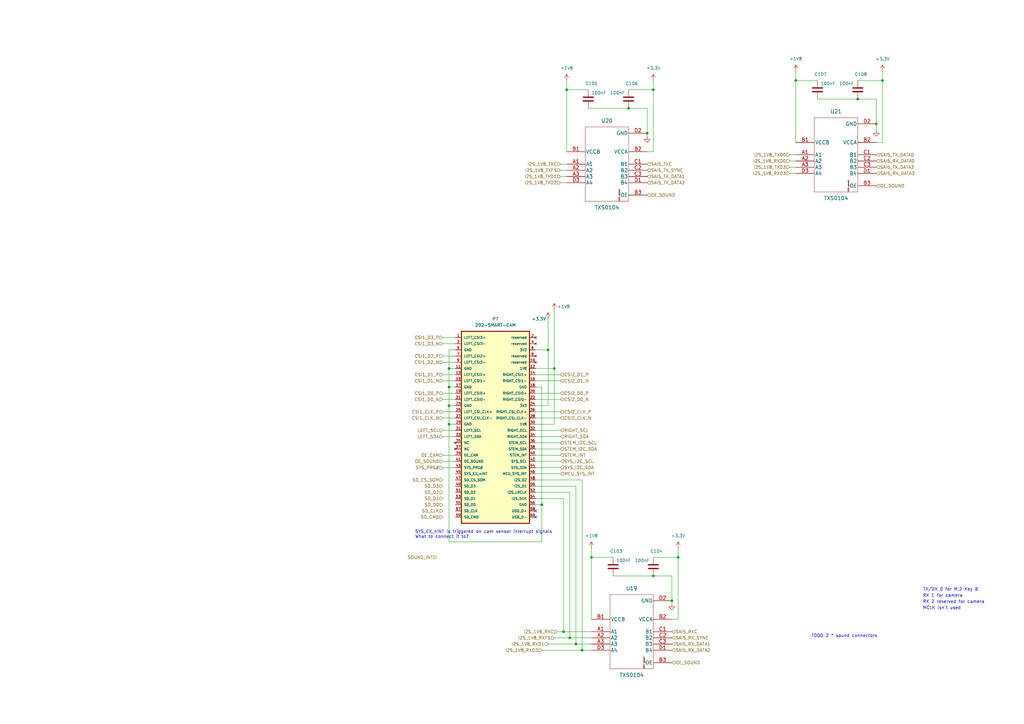
<source format=kicad_sch>
(kicad_sch (version 20211123) (generator eeschema)
  (paper "A3")
  (title_block (title "Media Domain") (comment 1 "Translation to 1V8") (comment 2 "Camera Connectors") (comment 3 "Sound Connectors"))
  (lib_symbols
    (symbol "Device:C" (pin_numbers hide) (pin_names (offset 0.254))
      (property "Reference" "C" (at 0.635 2.54 0))
      (property "Value" "C" (at 0.635 -2.54 0))
      (symbol "C_0_1"
        (polyline (pts (xy -2.032 -0.762) (xy 2.032 -0.762)) (stroke (width 0.508)))
        (polyline (pts (xy -2.032 0.762) (xy 2.032 0.762)) (stroke (width 0.508)))
      )
      (symbol "C_1_1"
        (pin passive line (at 0 3.81 270) (length 2.794) (name "~") (number "1"))
        (pin passive line (at 0 -3.81 90) (length 2.794) (name "~") (number "2"))
      )
    )
    (symbol "TXS0104EYZTR_2" (pin_names (offset 0.254))
      (property "Reference" "U?" (at 0 17.78 0))
      (property "Value" "TXS0104EYZTR_2" (at 0 -16.51 0))
      (symbol "TXS0104EYZTR_2_0_0"
        (text "VCCA domain" (at 5.08 -11.43 900) (effects (font (size 0.5 0.5))))
      )
      (symbol "TXS0104EYZTR_2_1_1"
        (polyline (pts (xy -8.89 -13.97) (xy 8.89 -13.97)) (stroke (width 0.127)))
        (polyline (pts (xy -8.89 16.51) (xy -8.89 -13.97)) (stroke (width 0.127)))
        (polyline (pts (xy 8.89 -13.97) (xy 8.89 16.51)) (stroke (width 0.127)))
        (polyline (pts (xy 8.89 16.51) (xy -8.89 16.51)) (stroke (width 0.127)))
        (pin bidirectional line (at -16.51 1.27 0) (length 7.62) (name "A1") (number "A1"))
        (pin bidirectional line (at -16.51 -1.27 0) (length 7.62) (name "A2") (number "A2"))
        (pin bidirectional line (at -16.51 -3.81 0) (length 7.62) (name "A3") (number "A3"))
        (pin power_in line (at -16.51 6.35 0) (length 7.62) (name "VCCB") (number "B1"))
        (pin power_in line (at 16.51 6.35 180) (length 7.62) (name "VCCA") (number "B2"))
        (pin output line (at 16.51 -11.43 180) (length 7.62) (name "OE") (number "B3"))
        (pin bidirectional line (at 16.51 1.27 180) (length 7.62) (name "B1") (number "C1"))
        (pin bidirectional line (at 16.51 -1.27 180) (length 7.62) (name "B2") (number "C2"))
        (pin bidirectional line (at 16.51 -3.81 180) (length 7.62) (name "B3") (number "C3"))
        (pin unspecified line (at 16.51 -6.35 180) (length 7.62) (name "B4") (number "D1"))
        (pin unspecified line (at 16.51 13.97 180) (length 7.62) (name "GND") (number "D2"))
        (pin unspecified line (at -16.51 -6.35 0) (length 7.62) (name "A4") (number "D3"))
      )
    )
    (symbol "TXS0104EYZTR_3" (pin_names (offset 0.254))
      (property "Reference" "U?" (at 0 17.78 0))
      (property "Value" "TXS0104EYZTR_3" (at 0 -16.51 0))
      (symbol "TXS0104EYZTR_3_0_0"
        (text "VCCA domain" (at 5.08 -11.43 900) (effects (font (size 0.5 0.5))))
      )
      (symbol "TXS0104EYZTR_3_1_1"
        (polyline (pts (xy -8.89 -13.97) (xy 8.89 -13.97)) (stroke (width 0.127)))
        (polyline (pts (xy -8.89 16.51) (xy -8.89 -13.97)) (stroke (width 0.127)))
        (polyline (pts (xy 8.89 -13.97) (xy 8.89 16.51)) (stroke (width 0.127)))
        (polyline (pts (xy 8.89 16.51) (xy -8.89 16.51)) (stroke (width 0.127)))
        (pin bidirectional line (at -16.51 1.27 0) (length 7.62) (name "A1") (number "A1"))
        (pin bidirectional line (at -16.51 -1.27 0) (length 7.62) (name "A2") (number "A2"))
        (pin bidirectional line (at -16.51 -3.81 0) (length 7.62) (name "A3") (number "A3"))
        (pin power_in line (at -16.51 6.35 0) (length 7.62) (name "VCCB") (number "B1"))
        (pin power_in line (at 16.51 6.35 180) (length 7.62) (name "VCCA") (number "B2"))
        (pin output line (at 16.51 -11.43 180) (length 7.62) (name "OE") (number "B3"))
        (pin bidirectional line (at 16.51 1.27 180) (length 7.62) (name "B1") (number "C1"))
        (pin bidirectional line (at 16.51 -1.27 180) (length 7.62) (name "B2") (number "C2"))
        (pin bidirectional line (at 16.51 -3.81 180) (length 7.62) (name "B3") (number "C3"))
        (pin unspecified line (at 16.51 -6.35 180) (length 7.62) (name "B4") (number "D1"))
        (pin unspecified line (at 16.51 13.97 180) (length 7.62) (name "GND") (number "D2"))
        (pin unspecified line (at -16.51 -6.35 0) (length 7.62) (name "A4") (number "D3"))
      )
    )
    (symbol "TXS0104EYZTR_4" (pin_names (offset 0.254))
      (property "Reference" "U?" (at 0 17.78 0))
      (property "Value" "TXS0104EYZTR_4" (at 0 -16.51 0))
      (symbol "TXS0104EYZTR_4_0_0"
        (text "VCCA domain" (at 5.08 -11.43 900) (effects (font (size 0.5 0.5))))
      )
      (symbol "TXS0104EYZTR_4_1_1"
        (polyline (pts (xy -8.89 -13.97) (xy 8.89 -13.97)) (stroke (width 0.127)))
        (polyline (pts (xy -8.89 16.51) (xy -8.89 -13.97)) (stroke (width 0.127)))
        (polyline (pts (xy 8.89 -13.97) (xy 8.89 16.51)) (stroke (width 0.127)))
        (polyline (pts (xy 8.89 16.51) (xy -8.89 16.51)) (stroke (width 0.127)))
        (pin bidirectional line (at -16.51 1.27 0) (length 7.62) (name "A1") (number "A1"))
        (pin bidirectional line (at -16.51 -1.27 0) (length 7.62) (name "A2") (number "A2"))
        (pin bidirectional line (at -16.51 -3.81 0) (length 7.62) (name "A3") (number "A3"))
        (pin power_in line (at -16.51 6.35 0) (length 7.62) (name "VCCB") (number "B1"))
        (pin power_in line (at 16.51 6.35 180) (length 7.62) (name "VCCA") (number "B2"))
        (pin output line (at 16.51 -11.43 180) (length 7.62) (name "OE") (number "B3"))
        (pin bidirectional line (at 16.51 1.27 180) (length 7.62) (name "B1") (number "C1"))
        (pin bidirectional line (at 16.51 -1.27 180) (length 7.62) (name "B2") (number "C2"))
        (pin bidirectional line (at 16.51 -3.81 180) (length 7.62) (name "B3") (number "C3"))
        (pin unspecified line (at 16.51 -6.35 180) (length 7.62) (name "B4") (number "D1"))
        (pin unspecified line (at 16.51 13.97 180) (length 7.62) (name "GND") (number "D2"))
        (pin unspecified line (at -16.51 -6.35 0) (length 7.62) (name "A4") (number "D3"))
      )
    )
    (symbol "Ziloo:202-SMART-CAM" (pin_names (offset 1.016))
      (property "Reference" "P?" (at -1.27 35.56 0))
      (property "Value" "202-SMART-CAM" (at -6.35 -49.53 0))
      (symbol "202-SMART-CAM_0_0"
        (rectangle (start -13.97 33.02) (end 13.97 -45.72) (stroke (width 0.4064)) (fill (type background)))
        (pin passive line (at -16.51 30.48 0) (length 2.54) (name "LEFT_CSI3+") (number "1"))
        (pin no_connect line (at 16.51 20.32 180) (length 2.54) (name "reserved") (number "10"))
        (pin power_in line (at -16.51 17.78 0) (length 2.54) (name "GND") (number "11"))
        (pin power_in line (at 16.51 17.78 180) (length 2.54) (name "1V8") (number "12"))
        (pin passive line (at -16.51 15.24 0) (length 2.54) (name "LEFT_CSI1+") (number "13"))
        (pin passive line (at 16.51 15.24 180) (length 2.54) (name "RIGHT_CSI1+") (number "14"))
        (pin passive line (at -16.51 12.7 0) (length 2.54) (name "LEFT_CSI1-") (number "15"))
        (pin passive line (at 16.51 12.7 180) (length 2.54) (name "RIGHT_CSI1-") (number "16"))
        (pin power_in line (at -16.51 10.16 0) (length 2.54) (name "GND") (number "17"))
        (pin power_in line (at 16.51 10.16 180) (length 2.54) (name "GND") (number "18"))
        (pin passive line (at -16.51 7.62 0) (length 2.54) (name "LEFT_CSI0+") (number "19"))
        (pin no_connect line (at 16.51 30.48 180) (length 2.54) (name "reserved") (number "2"))
        (pin passive line (at 16.51 7.62 180) (length 2.54) (name "RIGHT_CSI0+") (number "20"))
        (pin passive line (at -16.51 5.08 0) (length 2.54) (name "LEFT_CSI0-") (number "21"))
        (pin passive line (at 16.51 5.08 180) (length 2.54) (name "RIGHT_CSI0-") (number "22"))
        (pin power_in line (at -16.51 2.54 0) (length 2.54) (name "GND") (number "23"))
        (pin passive line (at 16.51 2.54 180) (length 2.54) (name "3V3") (number "24"))
        (pin passive line (at -16.51 0 0) (length 2.54) (name "LEFT_CSI_CLK+") (number "25"))
        (pin passive line (at 16.51 0 180) (length 2.54) (name "RIGHT_CSI_CLK+") (number "26"))
        (pin passive line (at -16.51 -2.54 0) (length 2.54) (name "LEFT_CSI_CLK-") (number "27"))
        (pin passive line (at 16.51 -2.54 180) (length 2.54) (name "RIGHT_CSI_CLK-") (number "28"))
        (pin power_in line (at -16.51 -5.08 0) (length 2.54) (name "GND") (number "29"))
        (pin passive line (at -16.51 27.94 0) (length 2.54) (name "LEFT_CSI3-") (number "3"))
        (pin power_in line (at 16.51 -5.08 180) (length 2.54) (name "1V8") (number "30"))
        (pin passive line (at -16.51 -7.62 0) (length 2.54) (name "LEFT_SCL") (number "31"))
        (pin passive line (at 16.51 -7.62 180) (length 2.54) (name "RIGHT_SCL") (number "32"))
        (pin passive line (at -16.51 -10.16 0) (length 2.54) (name "LEFT_SDA") (number "33"))
        (pin passive line (at 16.51 -10.16 180) (length 2.54) (name "RIGHT_SDA") (number "34"))
        (pin no_connect line (at -16.51 -12.7 0) (length 2.54) (name "NC") (number "35"))
        (pin passive line (at 16.51 -12.7 180) (length 2.54) (name "STEM_SCL") (number "36"))
        (pin no_connect line (at -16.51 -15.24 0) (length 2.54) (name "NC") (number "37"))
        (pin passive line (at 16.51 -15.24 180) (length 2.54) (name "STEM_SDA") (number "38"))
        (pin input line (at -16.51 -17.78 0) (length 2.54) (name "OE_CAM") (number "39"))
        (pin no_connect line (at 16.51 27.94 180) (length 2.54) (name "reserved") (number "4"))
        (pin passive line (at 16.51 -17.78 180) (length 2.54) (name "STEM_INT") (number "40"))
        (pin input line (at -16.51 -20.32 0) (length 2.54) (name "OE_SOUND") (number "41"))
        (pin passive line (at 16.51 -20.32 180) (length 2.54) (name "SYS_SCL") (number "42"))
        (pin input line (at -16.51 -22.86 0) (length 2.54) (name "SYS_PRG#") (number "43"))
        (pin passive line (at 16.51 -22.86 180) (length 2.54) (name "SYS_SDA") (number "44"))
        (pin output line (at -16.51 -25.4 0) (length 2.54) (name "SYS_EX_nINT") (number "45"))
        (pin passive line (at 16.51 -25.4 180) (length 2.54) (name "MCU_SYS_INT") (number "46"))
        (pin passive line (at -16.51 -27.94 0) (length 2.54) (name "SD_CS_SOM") (number "47"))
        (pin passive line (at 16.51 -27.94 180) (length 2.54) (name "I2S_D2") (number "48"))
        (pin passive line (at -16.51 -30.48 0) (length 2.54) (name "SD_D3") (number "49"))
        (pin power_in line (at -16.51 25.4 0) (length 2.54) (name "GND") (number "5"))
        (pin passive line (at 16.51 -30.48 180) (length 2.54) (name "I2S_D1") (number "50"))
        (pin passive line (at -16.51 -33.02 0) (length 2.54) (name "SD_D2") (number "51"))
        (pin passive line (at 16.51 -33.02 180) (length 2.54) (name "I2S_LRCLK") (number "52"))
        (pin passive line (at -16.51 -35.56 0) (length 2.54) (name "SD_D1") (number "53"))
        (pin passive line (at 16.51 -35.56 180) (length 2.54) (name "I2S_SCK") (number "54"))
        (pin passive line (at -16.51 -38.1 0) (length 2.54) (name "SD_D0") (number "55"))
        (pin power_in line (at 16.51 -38.1 180) (length 2.54) (name "GND") (number "56"))
        (pin passive line (at -16.51 -40.64 0) (length 2.54) (name "SD_CLK") (number "57"))
        (pin passive line (at 16.51 -40.64 180) (length 2.54) (name "USD_D+") (number "58"))
        (pin passive line (at -16.51 -43.18 0) (length 2.54) (name "SD_CMD") (number "59"))
        (pin power_in line (at 16.51 25.4 180) (length 2.54) (name "3V3") (number "6"))
        (pin passive line (at 16.51 -43.18 180) (length 2.54) (name "USB_D-") (number "60"))
        (pin passive line (at -16.51 22.86 0) (length 2.54) (name "LEFT_CSI2+") (number "7"))
        (pin no_connect line (at 16.51 22.86 180) (length 2.54) (name "reserved") (number "8"))
        (pin passive line (at -16.51 20.32 0) (length 2.54) (name "LEFT_CSI2-") (number "9"))
      )
    )
    (symbol "power:+1V8" (power) (pin_names (offset 0))
      (property "Value" "+1V8" (at 0 3.556 0))
      (symbol "+1V8_0_1"
        (polyline (pts (xy -0.762 1.27) (xy 0 2.54)))
        (polyline (pts (xy 0 0) (xy 0 2.54)))
        (polyline (pts (xy 0 2.54) (xy 0.762 1.27)))
      )
      (symbol "+1V8_1_1"
        (pin power_in line (at 0 0 90) (length 0) hide (name "+1V8") (number "1"))
      )
    )
    (symbol "power:+3.3V" (power) (pin_names (offset 0))
      (property "Value" "+3.3V" (at 0 3.556 0))
      (symbol "+3.3V_0_1"
        (polyline (pts (xy -0.762 1.27) (xy 0 2.54)))
        (polyline (pts (xy 0 0) (xy 0 2.54)))
        (polyline (pts (xy 0 2.54) (xy 0.762 1.27)))
      )
      (symbol "+3.3V_1_1"
        (pin power_in line (at 0 0 90) (length 0) hide (name "+3.3V") (number "1"))
      )
    )
    (symbol "power:GND" (power) (pin_names (offset 0))
      (property "Value" "GND" (at 0 -3.81 0))
      (symbol "GND_0_1"
        (polyline (pts (xy 0 0) (xy 0 -1.27) (xy 1.27 -1.27) (xy 0 -2.54) (xy -1.27 -1.27) (xy 0 -1.27)))
      )
      (symbol "GND_1_1"
        (pin power_in line (at 0 0 270) (length 0) hide (name "GND") (number "1"))
      )
    )
  )
  (junction (at 278.13 228.6))
  (junction (at 242.57 228.6))
  (junction (at 184.15 158.75))
  (junction (at 326.39 33.02))
  (junction (at 257.81 44.45))
  (junction (at 267.97 236.22))
  (junction (at 184.15 173.99))
  (junction (at 224.79 143.51))
  (junction (at 351.79 40.64))
  (junction (at 361.95 33.02))
  (junction (at 233.68 261.62))
  (junction (at 184.15 166.37))
  (junction (at 265.43 54.61))
  (junction (at 238.76 266.7))
  (junction (at 231.14 259.08))
  (junction (at 267.97 36.83))
  (junction (at 222.25 207.01))
  (junction (at 275.59 246.38))
  (junction (at 232.41 36.83))
  (junction (at 184.15 151.13))
  (junction (at 236.22 264.16))
  (junction (at 227.33 151.13))
  (junction (at 359.41 50.8))
  (no_connect (at 219.71 209.55))
  (no_connect (at 219.71 212.09))
  (wire (pts (xy 236.22 199.39) (xy 236.22 264.16)))
  (wire (pts (xy 326.39 29.21) (xy 326.39 33.02)))
  (wire (pts (xy 238.76 266.7) (xy 222.25 266.7)))
  (wire (pts (xy 275.59 236.22) (xy 275.59 246.38)))
  (wire (pts (xy 219.71 186.69) (xy 229.87 186.69)))
  (wire (pts (xy 219.71 168.91) (xy 229.87 168.91)))
  (wire (pts (xy 265.43 62.23) (xy 267.97 62.23)))
  (wire (pts (xy 241.3 44.45) (xy 257.81 44.45)))
  (wire (pts (xy 184.15 173.99) (xy 184.15 166.37)))
  (wire (pts (xy 275.59 246.38) (xy 275.59 247.65)))
  (wire (pts (xy 323.85 66.04) (xy 326.39 66.04)))
  (wire (pts (xy 232.41 62.23) (xy 232.41 36.83)))
  (wire (pts (xy 222.25 207.01) (xy 222.25 222.25)))
  (wire (pts (xy 184.15 158.75) (xy 186.69 158.75)))
  (wire (pts (xy 184.15 151.13) (xy 184.15 143.51)))
  (wire (pts (xy 265.43 54.61) (xy 265.43 55.88)))
  (wire (pts (xy 222.25 222.25) (xy 184.15 222.25)))
  (wire (pts (xy 181.61 140.97) (xy 186.69 140.97)))
  (wire (pts (xy 224.79 130.81) (xy 224.79 143.51)))
  (wire (pts (xy 229.87 67.31) (xy 232.41 67.31)))
  (wire (pts (xy 219.71 201.93) (xy 233.68 201.93)))
  (wire (pts (xy 181.61 161.29) (xy 186.69 161.29)))
  (wire (pts (xy 335.28 40.64) (xy 351.79 40.64)))
  (wire (pts (xy 227.33 127) (xy 227.33 151.13)))
  (wire (pts (xy 232.41 36.83) (xy 241.3 36.83)))
  (wire (pts (xy 265.43 44.45) (xy 265.43 54.61)))
  (wire (pts (xy 219.71 194.31) (xy 229.87 194.31)))
  (wire (pts (xy 326.39 58.42) (xy 326.39 33.02)))
  (wire (pts (xy 278.13 254) (xy 278.13 228.6)))
  (wire (pts (xy 219.71 189.23) (xy 229.87 189.23)))
  (wire (pts (xy 361.95 33.02) (xy 351.79 33.02)))
  (wire (pts (xy 219.71 207.01) (xy 222.25 207.01)))
  (wire (pts (xy 323.85 68.58) (xy 326.39 68.58)))
  (wire (pts (xy 219.71 191.77) (xy 229.87 191.77)))
  (wire (pts (xy 251.46 236.22) (xy 267.97 236.22)))
  (wire (pts (xy 219.71 153.67) (xy 229.87 153.67)))
  (wire (pts (xy 242.57 254) (xy 242.57 228.6)))
  (wire (pts (xy 184.15 143.51) (xy 186.69 143.51)))
  (wire (pts (xy 181.61 176.53) (xy 186.69 176.53)))
  (wire (pts (xy 233.68 201.93) (xy 233.68 261.62)))
  (wire (pts (xy 219.71 143.51) (xy 224.79 143.51)))
  (wire (pts (xy 361.95 58.42) (xy 361.95 33.02)))
  (wire (pts (xy 231.14 259.08) (xy 242.57 259.08)))
  (wire (pts (xy 184.15 173.99) (xy 186.69 173.99)))
  (wire (pts (xy 326.39 33.02) (xy 335.28 33.02)))
  (wire (pts (xy 219.71 196.85) (xy 238.76 196.85)))
  (wire (pts (xy 227.33 261.62) (xy 233.68 261.62)))
  (wire (pts (xy 181.61 146.05) (xy 186.69 146.05)))
  (wire (pts (xy 267.97 33.02) (xy 267.97 36.83)))
  (wire (pts (xy 181.61 189.23) (xy 186.69 189.23)))
  (wire (pts (xy 257.81 44.45) (xy 265.43 44.45)))
  (wire (pts (xy 219.71 158.75) (xy 222.25 158.75)))
  (wire (pts (xy 219.71 199.39) (xy 236.22 199.39)))
  (wire (pts (xy 267.97 236.22) (xy 275.59 236.22)))
  (wire (pts (xy 233.68 261.62) (xy 242.57 261.62)))
  (wire (pts (xy 184.15 166.37) (xy 186.69 166.37)))
  (wire (pts (xy 181.61 138.43) (xy 186.69 138.43)))
  (wire (pts (xy 181.61 148.59) (xy 186.69 148.59)))
  (wire (pts (xy 222.25 158.75) (xy 222.25 207.01)))
  (wire (pts (xy 219.71 163.83) (xy 229.87 163.83)))
  (wire (pts (xy 184.15 151.13) (xy 186.69 151.13)))
  (wire (pts (xy 184.15 222.25) (xy 184.15 173.99)))
  (wire (pts (xy 181.61 168.91) (xy 186.69 168.91)))
  (wire (pts (xy 181.61 171.45) (xy 186.69 171.45)))
  (wire (pts (xy 227.33 151.13) (xy 227.33 173.99)))
  (wire (pts (xy 181.61 163.83) (xy 186.69 163.83)))
  (wire (pts (xy 238.76 196.85) (xy 238.76 266.7)))
  (wire (pts (xy 275.59 254) (xy 278.13 254)))
  (wire (pts (xy 267.97 62.23) (xy 267.97 36.83)))
  (wire (pts (xy 267.97 36.83) (xy 257.81 36.83)))
  (wire (pts (xy 219.71 171.45) (xy 229.87 171.45)))
  (wire (pts (xy 219.71 184.15) (xy 229.87 184.15)))
  (wire (pts (xy 231.14 204.47) (xy 231.14 259.08)))
  (wire (pts (xy 359.41 40.64) (xy 359.41 50.8)))
  (wire (pts (xy 184.15 166.37) (xy 184.15 158.75)))
  (wire (pts (xy 242.57 224.79) (xy 242.57 228.6)))
  (wire (pts (xy 232.41 33.02) (xy 232.41 36.83)))
  (wire (pts (xy 219.71 173.99) (xy 227.33 173.99)))
  (wire (pts (xy 228.6 259.08) (xy 231.14 259.08)))
  (wire (pts (xy 229.87 72.39) (xy 232.41 72.39)))
  (wire (pts (xy 278.13 224.79) (xy 278.13 228.6)))
  (wire (pts (xy 326.39 71.12) (xy 323.85 71.12)))
  (wire (pts (xy 224.79 143.51) (xy 224.79 166.37)))
  (wire (pts (xy 219.71 156.21) (xy 229.87 156.21)))
  (wire (pts (xy 181.61 179.07) (xy 186.69 179.07)))
  (wire (pts (xy 323.85 63.5) (xy 326.39 63.5)))
  (wire (pts (xy 278.13 228.6) (xy 267.97 228.6)))
  (wire (pts (xy 181.61 153.67) (xy 186.69 153.67)))
  (wire (pts (xy 361.95 29.21) (xy 361.95 33.02)))
  (wire (pts (xy 219.71 176.53) (xy 229.87 176.53)))
  (wire (pts (xy 236.22 264.16) (xy 242.57 264.16)))
  (wire (pts (xy 232.41 74.93) (xy 229.87 74.93)))
  (wire (pts (xy 181.61 156.21) (xy 186.69 156.21)))
  (wire (pts (xy 219.71 181.61) (xy 229.87 181.61)))
  (wire (pts (xy 242.57 228.6) (xy 251.46 228.6)))
  (wire (pts (xy 181.61 186.69) (xy 186.69 186.69)))
  (wire (pts (xy 219.71 151.13) (xy 227.33 151.13)))
  (wire (pts (xy 219.71 179.07) (xy 229.87 179.07)))
  (wire (pts (xy 224.79 264.16) (xy 236.22 264.16)))
  (wire (pts (xy 184.15 158.75) (xy 184.15 151.13)))
  (wire (pts (xy 242.57 266.7) (xy 238.76 266.7)))
  (wire (pts (xy 359.41 50.8) (xy 359.41 53.34)))
  (wire (pts (xy 229.87 69.85) (xy 232.41 69.85)))
  (wire (pts (xy 181.61 191.77) (xy 186.69 191.77)))
  (wire (pts (xy 219.71 166.37) (xy 224.79 166.37)))
  (wire (pts (xy 219.71 161.29) (xy 229.87 161.29)))
  (wire (pts (xy 351.79 40.64) (xy 359.41 40.64)))
  (wire (pts (xy 359.41 58.42) (xy 361.95 58.42)))
  (wire (pts (xy 219.71 204.47) (xy 231.14 204.47)))
  (text "SYS_EX_nINT is triggered on cam sensor interrupt signals\nWhat to connect it to?" (at 170.18 220.98 0) (effects (font (size 1.27 1.27)) (justify left bottom)))
  (text "MCLK isn't used\n" (at 378.46 250.19 0) (effects (font (size 1.27 1.27)) (justify left bottom)))
  (text "RX 2 reserved for camera" (at 378.46 247.65 0) (effects (font (size 1.27 1.27)) (justify left bottom)))
  (text "TX/DX 0 for M.2 Key B" (at 378.46 242.57 0) (effects (font (size 1.27 1.27)) (justify left bottom)))
  (text "RX 1 for camera\n" (at 378.46 245.11 0) (effects (font (size 1.27 1.27)) (justify left bottom)))
  (text "TODO 2 * sound connectors" (at 332.74 261.62 0) (effects (font (size 1.27 1.27)) (justify left bottom)))
  (hierarchical_label "SAI5_TXC" (shape input) (at 265.43 67.31 0))
  (hierarchical_label "SAI5_RX_SYNC" (shape input) (at 275.59 261.62 0))
  (hierarchical_label "OE_SOUND" (shape input) (at 181.61 189.23 180))
  (hierarchical_label "I2S_1V8_RXD0" (shape input) (at 323.85 66.04 180))
  (hierarchical_label "CSI1_D2_P" (shape input) (at 181.61 146.05 180))
  (hierarchical_label "MCU_SYS_INT" (shape input) (at 229.87 194.31 0))
  (hierarchical_label "CSI2_D1_P" (shape input) (at 229.87 153.67 0))
  (hierarchical_label "SAI5_RX_DATA1" (shape input) (at 275.59 264.16 0))
  (hierarchical_label "OE_SOUND" (shape input) (at 275.59 271.78 0))
  (hierarchical_label "CSI1_D0_P" (shape input) (at 181.61 161.29 180))
  (hierarchical_label "SYS_I2C_SDA" (shape input) (at 229.87 191.77 0))
  (hierarchical_label "CSI1_CLK_N" (shape input) (at 181.61 171.45 180))
  (hierarchical_label "CSI1_D3_P" (shape input) (at 181.61 138.43 180))
  (hierarchical_label "OE_SOUND" (shape input) (at 265.43 80.01 0))
  (hierarchical_label "CSI1_D0_N" (shape input) (at 181.61 163.83 180))
  (hierarchical_label "SAI5_RX_DATA0" (shape input) (at 359.41 66.04 0))
  (hierarchical_label "CSI1_D3_N" (shape input) (at 181.61 140.97 180))
  (hierarchical_label "LEFT_SCL" (shape input) (at 181.61 176.53 180))
  (hierarchical_label "SAI5_TX_DATA3" (shape input) (at 359.41 68.58 0))
  (hierarchical_label "SAI5_RXC" (shape input) (at 275.59 259.08 0))
  (hierarchical_label "RIGHT_SDA" (shape input) (at 229.87 179.07 0))
  (hierarchical_label "CSI2_CLK_P" (shape input) (at 229.87 168.91 0))
  (hierarchical_label "SD_D1" (shape input) (at 181.61 204.47 180))
  (hierarchical_label "CSI1_CLK_P" (shape input) (at 181.61 168.91 180))
  (hierarchical_label "CSI1_D2_N" (shape input) (at 181.61 148.59 180))
  (hierarchical_label "I2S_1V8_RXC" (shape input) (at 228.6 259.08 180))
  (hierarchical_label "SAI5_TX_DATA1" (shape input) (at 265.43 72.39 0))
  (hierarchical_label "SYS_I2C_SCL" (shape input) (at 229.87 189.23 0))
  (hierarchical_label "SYS_PRG#" (shape input) (at 181.61 191.77 180))
  (hierarchical_label "CSI1_D1_P" (shape input) (at 181.61 153.67 180))
  (hierarchical_label "STEM_INT" (shape input) (at 229.87 186.69 0))
  (hierarchical_label "CSI2_D0_N" (shape input) (at 229.87 163.83 0))
  (hierarchical_label "SD_CLK" (shape input) (at 181.61 209.55 180))
  (hierarchical_label "I2S_1V8_TXFS" (shape input) (at 229.87 69.85 180))
  (hierarchical_label "SAI5_RX_DATA2" (shape input) (at 275.59 266.7 0))
  (hierarchical_label "I2S_1V8_TXD2" (shape input) (at 229.87 74.93 180))
  (hierarchical_label "SD_D2" (shape input) (at 181.61 201.93 180))
  (hierarchical_label "I2S_1V8_RXD3" (shape input) (at 323.85 71.12 180))
  (hierarchical_label "I2S_1V8_TXD0" (shape input) (at 323.85 63.5 180))
  (hierarchical_label "RIGHT_SCL" (shape input) (at 229.87 176.53 0))
  (hierarchical_label "SD_CS_SOM" (shape input) (at 181.61 196.85 180))
  (hierarchical_label "LEFT_SDA" (shape input) (at 181.61 179.07 180))
  (hierarchical_label "SAI5_TX_DATA2" (shape input) (at 265.43 74.93 0))
  (hierarchical_label "CSI2_D1_N" (shape input) (at 229.87 156.21 0))
  (hierarchical_label "I2S_1V8_TXD1" (shape input) (at 229.87 72.39 180))
  (hierarchical_label "I2S_1V8_TXC" (shape input) (at 229.87 67.31 180))
  (hierarchical_label "SAI5_RX_DATA3" (shape input) (at 359.41 71.12 0))
  (hierarchical_label "SD_CMD" (shape input) (at 181.61 212.09 180))
  (hierarchical_label "SOUND_INT" (shape input) (at 179.07 228.6 180))
  (hierarchical_label "SAI5_TX_SYNC" (shape input) (at 265.43 69.85 0))
  (hierarchical_label "SD_D0" (shape input) (at 181.61 207.01 180))
  (hierarchical_label "SAI5_TX_DATA0" (shape input) (at 359.41 63.5 0))
  (hierarchical_label "OE_CAM" (shape input) (at 181.61 186.69 180))
  (hierarchical_label "OE_SOUND" (shape input) (at 359.41 76.2 0))
  (hierarchical_label "I2S_1V8_RXD1" (shape input) (at 224.79 264.16 180))
  (hierarchical_label "I2S_1V8_RXD2" (shape input) (at 222.25 266.7 180))
  (hierarchical_label "I2S_1V8_TXD3" (shape input) (at 323.85 68.58 180))
  (hierarchical_label "SD_D3" (shape input) (at 181.61 199.39 180))
  (hierarchical_label "STEM_I2C_SDA" (shape input) (at 229.87 184.15 0))
  (hierarchical_label "CSI2_CLK_N" (shape input) (at 229.87 171.45 0))
  (hierarchical_label "I2S_1V8_RXFS" (shape input) (at 227.33 261.62 180))
  (hierarchical_label "STEM_I2C_SCL" (shape input) (at 229.87 181.61 0))
  (hierarchical_label "CSI2_D0_P" (shape input) (at 229.87 161.29 0))
  (hierarchical_label "CSI1_D1_N" (shape input) (at 181.61 156.21 180))
  (symbol (lib_name "TXS0104EYZTR_4") (lib_id "Ziloo:TXS0104EYZTR") (at 342.9 64.77 0) (unit 1)
    (property "Reference" "U21" (at 342.9 45.72 0) (effects (font (size 1.524 1.524))))
    (property "Value" "TXS0104" (at 342.9 81.28 0) (effects (font (size 1.524 1.524))))
    (property "Footprint" "Ziloo:TXS0104EYZTR" (effects hide))
  )
  (symbol (lib_id "power:+1V8") (at 242.57 224.79 0) (unit 1)
    (property "Reference" "#PWR0140" (effects hide))
    (property "Value" "+1V8" (at 242.57 219.71 0))
  )
  (symbol (lib_id "power:+3.3V") (at 278.13 224.79 0) (unit 1)
    (property "Reference" "#PWR0130" (effects hide))
    (property "Value" "+3.3V" (at 278.13 219.71 0))
  )
  (symbol (lib_id "power:+3.3V") (at 267.97 33.02 0) (unit 1)
    (property "Reference" "#PWR0117" (effects hide))
    (property "Value" "+3.3V" (at 267.97 27.94 0))
  )
  (symbol (lib_name "TXS0104EYZTR_2") (lib_id "Ziloo:TXS0104EYZTR") (at 259.08 260.35 0) (unit 1)
    (property "Reference" "U19" (at 259.08 241.3 0) (effects (font (size 1.524 1.524))))
    (property "Value" "TXS0104" (at 259.08 276.86 0) (effects (font (size 1.524 1.524))))
    (property "Footprint" "Ziloo:TXS0104EYZTR" (effects hide))
  )
  (symbol (lib_id "power:GND") (at 275.59 247.65 0) (unit 1)
    (property "Reference" "#PWR0129" (effects hide))
    (property "Value" "GND" (effects hide))
  )
  (symbol (lib_id "Device:C") (at 335.28 36.83 0) (unit 1)
    (property "Reference" "C107" (at 334.01 30.48 0) (effects (justify left)))
    (property "Value" "100nF" (at 336.55 34.29 0) (effects (justify left)))
    (property "Footprint" "Capacitor_SMD:C_0402_1005Metric" (effects hide))
  )
  (symbol (lib_id "Device:C") (at 257.81 40.64 0) (unit 1)
    (property "Reference" "C106" (at 256.54 34.29 0) (effects (justify left)))
    (property "Value" "100nF" (at 250.19 38.1 0) (effects (justify left)))
    (property "Footprint" "Capacitor_SMD:C_0402_1005Metric" (effects hide))
  )
  (symbol (lib_id "power:+3.3V") (at 224.79 130.81 0) (unit 1)
    (property "Reference" "#PWR026" (effects hide))
    (property "Value" "+3.3V" (at 220.98 130.81 0))
  )
  (symbol (lib_id "Device:C") (at 251.46 232.41 0) (unit 1)
    (property "Reference" "C103" (at 250.19 226.06 0) (effects (justify left)))
    (property "Value" "100nF" (at 252.73 229.87 0) (effects (justify left)))
    (property "Footprint" "Capacitor_SMD:C_0402_1005Metric" (effects hide))
  )
  (symbol (lib_name "TXS0104EYZTR_3") (lib_id "Ziloo:TXS0104EYZTR") (at 248.92 68.58 0) (unit 1)
    (property "Reference" "U20" (at 248.92 49.53 0) (effects (font (size 1.524 1.524))))
    (property "Value" "TXS0104" (at 248.92 85.09 0) (effects (font (size 1.524 1.524))))
    (property "Footprint" "Ziloo:TXS0104EYZTR" (effects hide))
  )
  (symbol (lib_id "Ziloo:202-SMART-CAM") (at 203.2 168.91 0) (unit 1)
    (property "Reference" "P7" (at 203.2 130.81 0))
    (property "Value" "202-SMART-CAM" (at 203.2 133.35 0))
    (property "Footprint" "Ziloo:DF40C-60DS-0.4V51" (effects hide))
    (property "Datasheet" "https://www.hirose.com/en/product/document?clcode=CL0684-4004-6-51&productname=DF40C-60DS-0.4V(51)&series=DF40&documenttype=2DDrawing&lang=en&documentid=0001001229" (effects hide))
    (property "MANUFACTURER" "Hirose Electric Co Ltd" (effects hide))
  )
  (symbol (lib_id "power:+3.3V") (at 361.95 29.21 0) (unit 1)
    (property "Reference" "#PWR0124" (effects hide))
    (property "Value" "+3.3V" (at 361.95 24.13 0))
  )
  (symbol (lib_id "power:GND") (at 359.41 53.34 0) (unit 1)
    (property "Reference" "#PWR0126" (effects hide))
    (property "Value" "GND" (effects hide))
  )
  (symbol (lib_id "Device:C") (at 351.79 36.83 0) (unit 1)
    (property "Reference" "C108" (at 350.52 30.48 0) (effects (justify left)))
    (property "Value" "100nF" (at 344.17 34.29 0) (effects (justify left)))
    (property "Footprint" "Capacitor_SMD:C_0402_1005Metric" (effects hide))
  )
  (symbol (lib_id "Device:C") (at 267.97 232.41 0) (unit 1)
    (property "Reference" "C104" (at 266.7 226.06 0) (effects (justify left)))
    (property "Value" "100nF" (at 260.35 229.87 0) (effects (justify left)))
    (property "Footprint" "Capacitor_SMD:C_0402_1005Metric" (effects hide))
  )
  (symbol (lib_id "power:+1V8") (at 326.39 29.21 0) (unit 1)
    (property "Reference" "#PWR0125" (effects hide))
    (property "Value" "+1V8" (at 326.39 24.13 0))
  )
  (symbol (lib_id "power:+1V8") (at 227.33 127 0) (unit 1)
    (property "Reference" "#PWR027" (effects hide))
    (property "Value" "+1V8" (at 231.14 125.73 0))
  )
  (symbol (lib_id "power:+1V8") (at 232.41 33.02 0) (unit 1)
    (property "Reference" "#PWR0119" (effects hide))
    (property "Value" "+1V8" (at 232.41 27.94 0))
  )
  (symbol (lib_id "power:GND") (at 265.43 55.88 0) (unit 1)
    (property "Reference" "#PWR0118" (effects hide))
    (property "Value" "GND" (effects hide))
  )
  (symbol (lib_id "Device:C") (at 241.3 40.64 0) (unit 1)
    (property "Reference" "C105" (at 240.03 34.29 0) (effects (justify left)))
    (property "Value" "100nF" (at 242.57 38.1 0) (effects (justify left)))
    (property "Footprint" "Capacitor_SMD:C_0402_1005Metric" (effects hide))
  )
)
</source>
